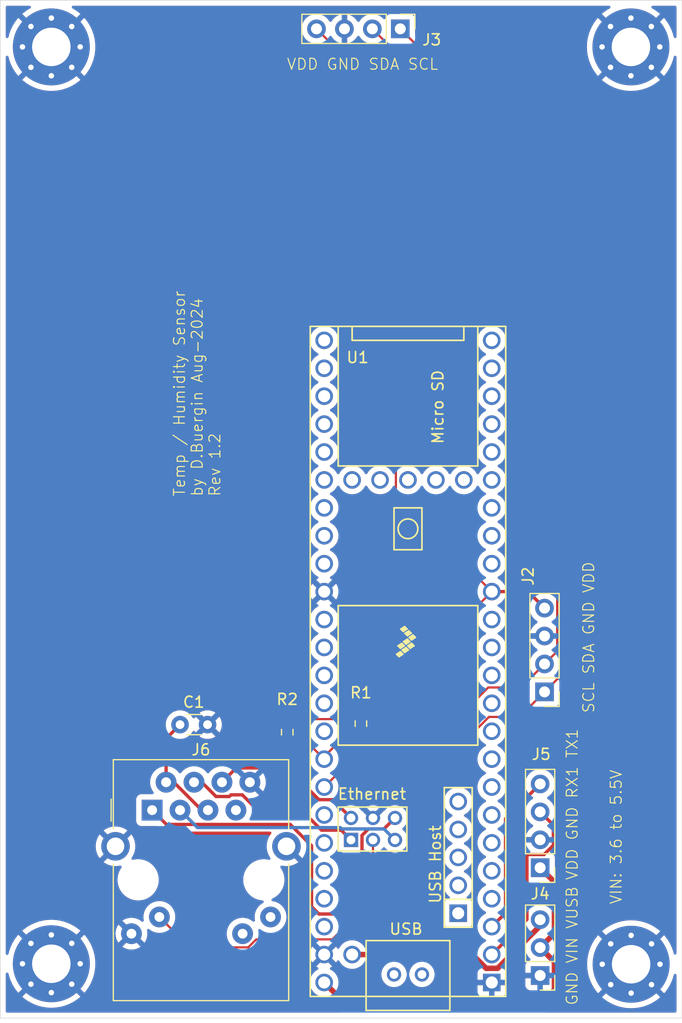
<source format=kicad_pcb>
(kicad_pcb (version 20240108) (generator "pcbnew") (generator_version "8.0")
  (title_block (title "TempHumy Sensor Board with LCD") (date "2024-08-22") (rev "1.2") (company "pirate-it.ch"))
  (layers (0 "F.Cu" signal) (31 "B.Cu" signal) (34 "B.Paste" user) (35 "F.Paste" user) (36 "B.SilkS" user "B.Silkscreen") (37 "F.SilkS" user "F.Silkscreen") (38 "B.Mask" user) (39 "F.Mask" user) (44 "Edge.Cuts" user))
  (net 0 "")
  (net 1 "GND")
  (net 2 "Net-(U1-LED)")
  (net 3 "Net-(J2-Pin_2)")
  (net 4 "Net-(J2-Pin_1)")
  (net 5 "Net-(J2-Pin_4)")
  (net 6 "Net-(J4-Pin_3)")
  (net 7 "Net-(J4-Pin_2)")
  (net 8 "Net-(J5-Pin_3)")
  (net 22 "Net-(J5-Pin_4)")
  (net 61 "Net-(J6-RCT)")
  (net 63 "Net-(J6-TD-)")
  (net 64 "Net-(J6-TD+)")
  (net 66 "Net-(J6-RD+)")
  (net 67 "Net-(J6-RD-)")
  (footprint "MountingHole:MountingHole_3.5mm_Pad_Via" (layer "F.Cu") (at 116.843845 47.304645)
    (property "Reference" "H1" (hide yes))
    (property "Value" "MH1")
    (pad "1" thru_hole circle (at -2.625 0) (size 0.8 0.8) (drill 0.5) (layers "*.Cu" "*.Mask") (net 1 "GND"))
    (pad "1" thru_hole circle (at -1.856155 -1.856155) (size 0.8 0.8) (drill 0.5) (layers "*.Cu" "*.Mask") (net 1 "GND"))
    (pad "1" thru_hole circle (at -1.856155 1.856155) (size 0.8 0.8) (drill 0.5) (layers "*.Cu" "*.Mask") (net 1 "GND"))
    (pad "1" thru_hole circle (at 0 -2.625) (size 0.8 0.8) (drill 0.5) (layers "*.Cu" "*.Mask") (net 1 "GND"))
    (pad "1" thru_hole circle (at 0 0) (size 7 7) (drill 3.5) (layers "*.Cu" "*.Mask") (net 1 "GND"))
    (pad "1" thru_hole circle (at 0 2.625) (size 0.8 0.8) (drill 0.5) (layers "*.Cu" "*.Mask") (net 1 "GND"))
    (pad "1" thru_hole circle (at 1.856155 -1.856155) (size 0.8 0.8) (drill 0.5) (layers "*.Cu" "*.Mask") (net 1 "GND"))
    (pad "1" thru_hole circle (at 1.856155 1.856155) (size 0.8 0.8) (drill 0.5) (layers "*.Cu" "*.Mask") (net 1 "GND"))
    (pad "1" thru_hole circle (at 2.625 0) (size 0.8 0.8) (drill 0.5) (layers "*.Cu" "*.Mask") (net 1 "GND"))
  )
  (footprint "Capacitor_THT:C_Disc_D3.0mm_W1.6mm_P2.50mm" (layer "F.Cu") (at 128.55 108.9608)
    (property "Reference" "C1" (at 1.25 -2.05 0) (layer "F.SilkS"))
    (property "Value" "C")
    (fp_line (start 0.621 -0.92) (end 1.879 -0.92) (stroke (width 0.12)) (layer "F.SilkS"))
    (fp_line (start 0.621 0.92) (end 1.879 0.92) (stroke (width 0.12)) (layer "F.SilkS"))
    (pad "1" thru_hole circle (at 0 0) (size 1.6 1.6) (drill 0.8) (layers "*.Cu" "*.Mask") (net 61 "Net-(J6-RCT)"))
    (pad "2" thru_hole circle (at 2.5 0) (size 1.6 1.6) (drill 0.8) (layers "*.Cu" "*.Mask") (net 1 "GND"))
  )
  (footprint "Connector_PinHeader_2.54mm:PinHeader_1x04_P2.54mm_Vertical" (layer "F.Cu") (at 161.3 121.9808 180)
    (property "Reference" "J5" (at -0.1 10.32 0) (layer "F.SilkS"))
    (property "Value" "Console")
    (fp_line (start 1.33 1.27) (end 1.33 8.95) (stroke (width 0.12)) (layer "F.SilkS"))
    (fp_line (start -1.33 8.95) (end 1.33 8.95) (stroke (width 0.12)) (layer "F.SilkS"))
    (fp_line (start -1.33 1.27) (end 1.33 1.27) (stroke (width 0.12)) (layer "F.SilkS"))
    (fp_line (start -1.33 1.27) (end -1.33 8.95) (stroke (width 0.12)) (layer "F.SilkS"))
    (fp_line (start -1.33 0) (end -1.33 -1.33) (stroke (width 0.12)) (layer "F.SilkS"))
    (fp_line (start -1.33 -1.33) (end 0 -1.33) (stroke (width 0.12)) (layer "F.SilkS"))
    (pad "1" thru_hole rect (at 0 0 180) (size 1.7 1.7) (drill 1) (layers "*.Cu" "*.Mask") (net 7 "Net-(J4-Pin_2)"))
    (pad "2" thru_hole oval (at 0 2.54 180) (size 1.7 1.7) (drill 1) (layers "*.Cu" "*.Mask") (net 1 "GND"))
    (pad "3" thru_hole oval (at 0 5.08 180) (size 1.7 1.7) (drill 1) (layers "*.Cu" "*.Mask") (net 8 "Net-(J5-Pin_3)"))
    (pad "4" thru_hole oval (at 0 7.62 180) (size 1.7 1.7) (drill 1) (layers "*.Cu" "*.Mask") (net 22 "Net-(J5-Pin_4)"))
  )
  (footprint "MountingHole:MountingHole_3.5mm_Pad_Via" (layer "F.Cu") (at 169.575 130.7608)
    (property "Reference" "H4" (hide yes))
    (property "Value" "MH1")
    (pad "1" thru_hole circle (at -2.625 0) (size 0.8 0.8) (drill 0.5) (layers "*.Cu" "*.Mask") (net 1 "GND"))
    (pad "1" thru_hole circle (at -1.856155 -1.856155) (size 0.8 0.8) (drill 0.5) (layers "*.Cu" "*.Mask") (net 1 "GND"))
    (pad "1" thru_hole circle (at -1.856155 1.856155) (size 0.8 0.8) (drill 0.5) (layers "*.Cu" "*.Mask") (net 1 "GND"))
    (pad "1" thru_hole circle (at 0 -2.625) (size 0.8 0.8) (drill 0.5) (layers "*.Cu" "*.Mask") (net 1 "GND"))
    (pad "1" thru_hole circle (at 0 0) (size 7 7) (drill 3.5) (layers "*.Cu" "*.Mask") (net 1 "GND"))
    (pad "1" thru_hole circle (at 0 2.625) (size 0.8 0.8) (drill 0.5) (layers "*.Cu" "*.Mask") (net 1 "GND"))
    (pad "1" thru_hole circle (at 1.856155 -1.856155) (size 0.8 0.8) (drill 0.5) (layers "*.Cu" "*.Mask") (net 1 "GND"))
    (pad "1" thru_hole circle (at 1.856155 1.856155) (size 0.8 0.8) (drill 0.5) (layers "*.Cu" "*.Mask") (net 1 "GND"))
    (pad "1" thru_hole circle (at 2.625 0) (size 0.8 0.8) (drill 0.5) (layers "*.Cu" "*.Mask") (net 1 "GND"))
  )
  (footprint "Resistor_SMD:R_0603_1608Metric_Pad0.98x0.95mm_HandSolder" (layer "F.Cu") (at 145 108.8733 -90)
    (property "Reference" "R1" (at -2.8125 0 0) (layer "F.SilkS"))
    (property "Value" "R")
    (fp_line (start -0.254724 0.5225) (end 0.254724 0.5225) (stroke (width 0.12)) (layer "F.SilkS"))
    (fp_line (start -0.254724 -0.5225) (end 0.254724 -0.5225) (stroke (width 0.12)) (layer "F.SilkS"))
    (pad "1" smd roundrect (at -0.9125 0 270) (size 0.975 0.95) (layers "F.Cu" "F.Paste" "F.Mask") (net 5 "Net-(J2-Pin_4)"))
    (pad "2" smd roundrect (at 0.9125 0 270) (size 0.975 0.95) (layers "F.Cu" "F.Paste" "F.Mask") (net 4 "Net-(J2-Pin_1)"))
  )
  (footprint "teensy:Teensy41" (layer "F.Cu") (at 149.28 103.21 90)
    (property "Reference" "U1" (at 27.6492 -4.58 180) (layer "F.SilkS"))
    (property "Value" "Teensy4.1")
    (fp_line (start 30.48 -8.89) (end 30.48 8.89) (stroke (width 0.15)) (layer "F.SilkS"))
    (fp_line (start -30.48 -8.89) (end 30.48 -8.89) (stroke (width 0.15)) (layer "F.SilkS"))
    (fp_line (start -13.25 -6.3516) (end -17.25 -6.3516) (stroke (width 0.15)) (layer "F.SilkS"))
    (fp_line (start -17.25 -6.3516) (end -17.25 -6.1016) (stroke (width 0.15)) (layer "F.SilkS"))
    (fp_line (start 30.48 -6.35) (end 17.78 -6.35) (stroke (width 0.15)) (layer "F.SilkS"))
    (fp_line (start 17.78 -6.35) (end 17.78 6.35) (stroke (width 0.15)) (layer "F.SilkS"))
    (fp_line (start 5.08 -6.35) (end -7.62 -6.35) (stroke (width 0.15)) (layer "F.SilkS"))
    (fp_line (start -7.62 -6.35) (end -7.62 6.35) (stroke (width 0.15)) (layer "F.SilkS"))
    (fp_line (start -17.25 -6.1016) (end -17.25 -0.1016) (stroke (width 0.15)) (layer "F.SilkS"))
    (fp_line (start 30.48 -5.08) (end 29.21 -5.08) (stroke (width 0.15)) (layer "F.SilkS"))
    (fp_line (start 29.21 -5.08) (end 29.21 5.08) (stroke (width 0.15)) (layer "F.SilkS"))
    (fp_line (start -25.4 -3.81) (end -30.48 -3.81) (stroke (width 0.15)) (layer "F.SilkS"))
    (fp_line (start -31.75 -3.81) (end -30.48 -3.81) (stroke (width 0.15)) (layer "F.SilkS"))
    (fp_line (start 13.97 -1.27) (end 13.97 1.27) (stroke (width 0.15)) (layer "F.SilkS"))
    (fp_line (start 10.16 -1.27) (end 13.97 -1.27) (stroke (width 0.15)) (layer "F.SilkS"))
    (fp_line (start -13.25 -0.1016) (end -13.25 -6.3516) (stroke (width 0.15)) (layer "F.SilkS"))
    (fp_line (start -17.25 -0.1016) (end -13.25 -0.1016) (stroke (width 0.15)) (layer "F.SilkS"))
    (fp_line (start 13.97 1.27) (end 10.16 1.27) (stroke (width 0.15)) (layer "F.SilkS"))
    (fp_line (start 10.16 1.27) (end 10.16 -1.27) (stroke (width 0.15)) (layer "F.SilkS"))
    (fp_line (start -11.4808 3.2992) (end -11.4808 5.8392) (stroke (width 0.15)) (layer "F.SilkS"))
    (fp_line (start -21.6408 3.2992) (end -21.6408 5.8392) (stroke (width 0.15)) (layer "F.SilkS"))
    (fp_line (start -24.1808 3.2992) (end -11.4808 3.2992) (stroke (width 0.15)) (layer "F.SilkS"))
    (fp_line (start -24.1808 3.2992) (end -21.6408 3.2992) (stroke (width 0.15)) (layer "F.SilkS"))
    (fp_line (start -25.4 3.81) (end -25.4 -3.81) (stroke (width 0.15)) (layer "F.SilkS"))
    (fp_line (start -25.4 3.81) (end -30.48 3.81) (stroke (width 0.15)) (layer "F.SilkS"))
    (fp_line (start -30.48 3.81) (end -31.75 3.81) (stroke (width 0.15)) (layer "F.SilkS"))
    (fp_line (start -31.75 3.81) (end -31.75 -3.81) (stroke (width 0.15)) (layer "F.SilkS"))
    (fp_line (start 29.21 5.08) (end 30.48 5.08) (stroke (width 0.15)) (layer "F.SilkS"))
    (fp_line (start -11.4808 5.8392) (end -24.1808 5.8392) (stroke (width 0.15)) (layer "F.SilkS"))
    (fp_line (start -24.1808 5.8392) (end -24.1808 3.2992) (stroke (width 0.15)) (layer "F.SilkS"))
    (fp_line (start 17.78 6.35) (end 30.48 6.35) (stroke (width 0.15)) (layer "F.SilkS"))
    (fp_line (start 5.08 6.35) (end 5.08 -6.35) (stroke (width 0.15)) (layer "F.SilkS"))
    (fp_line (start -7.62 6.35) (end 5.08 6.35) (stroke (width 0.15)) (layer "F.SilkS"))
    (fp_line (start 30.48 8.89) (end -30.48 8.89) (stroke (width 0.15)) (layer "F.SilkS"))
    (fp_line (start -30.48 8.89) (end -30.48 -8.89) (stroke (width 0.15)) (layer "F.SilkS"))
    (fp_circle (center 12.065 0) (end 12.7 -0.635) (stroke (width 0.15)) (fill none) (layer "F.SilkS"))
    (fp_poly (pts (xy 0.911 -0.688) (xy 0.657 -0.434) (xy 0.403 -0.815) (xy 0.657 -1.069)) (stroke (width 0.1)) (fill solid) (layer "F.SilkS"))
    (fp_poly (pts (xy 1.673 -0.561) (xy 1.419 -0.307) (xy 1.165 -0.688) (xy 1.419 -0.942)) (stroke (width 0.1)) (fill solid) (layer "F.SilkS"))
    (fp_poly (pts (xy 3.197 -0.307) (xy 2.943 -0.053) (xy 2.689 -0.434) (xy 2.943 -0.688)) (stroke (width 0.1)) (fill solid) (layer "F.SilkS"))
    (fp_poly (pts (xy 1.292 -0.18) (xy 1.038 0.074) (xy 0.784 -0.307) (xy 1.038 -0.561)) (stroke (width 0.1)) (fill solid) (layer "F.SilkS"))
    (fp_poly (pts (xy 2.054 -0.053) (xy 1.8 0.201) (xy 1.546 -0.18) (xy 1.8 -0.434)) (stroke (width 0.1)) (fill solid) (layer "F.SilkS"))
    (fp_poly (pts (xy 2.816 0.074) (xy 2.562 0.328) (xy 2.308 -0.053) (xy 2.562 -0.307)) (stroke (width 0.1)) (fill solid) (layer "F.SilkS"))
    (fp_poly (pts (xy 1.673 0.328) (xy 1.419 0.582) (xy 1.165 0.201) (xy 1.419 -0.053)) (stroke (width 0.1)) (fill solid) (layer "F.SilkS"))
    (fp_poly (pts (xy 2.435 0.455) (xy 2.181 0.709) (xy 1.927 0.328) (xy 2.181 0.074)) (stroke (width 0.1)) (fill solid) (layer "F.SilkS"))
    (fp_text user "Micro SD" (at 23.1492 2.72 90) (layer "F.SilkS"))
    (fp_text user "Ethernet" (at -12.065 -3.2766 0) (layer "F.SilkS"))
    (fp_text user "USB" (at -24.3508 -0.18 0) (layer "F.SilkS"))
    (fp_text user "USB Host" (at -18.4658 2.4892 90) (layer "F.SilkS"))
    (pad "1" thru_hole rect (at -29.21 7.62 90) (size 1.6 1.6) (drill 1.1) (layers "*.Cu" "*.Mask") (net 1 "GND"))
    (pad "2" thru_hole circle (at -26.67 7.62 90) (size 1.6 1.6) (drill 1.1) (layers "*.Cu" "*.Mask") (net 8 "Net-(J5-Pin_3)"))
    (pad "3" thru_hole circle (at -24.13 7.62 90) (size 1.6 1.6) (drill 1.1) (layers "*.Cu" "*.Mask") (net 22 "Net-(J5-Pin_4)"))
    (pad "4" thru_hole circle (at -21.59 7.62 90) (size 1.6 1.6) (drill 1.1) (layers "*.Cu" "*.Mask"))
    (pad "5" thru_hole circle (at -19.05 7.62 90) (size 1.6 1.6) (drill 1.1) (layers "*.Cu" "*.Mask"))
    (pad "6" thru_hole circle (at -16.51 7.62 90) (size 1.6 1.6) (drill 1.1) (layers "*.Cu" "*.Mask"))
    (pad "7" thru_hole circle (at -13.97 7.62 90) (size 1.6 1.6) (drill 1.1) (layers "*.Cu" "*.Mask"))
    (pad "8" thru_hole circle (at -11.43 7.62 90) (size 1.6 1.6) (drill 1.1) (layers "*.Cu" "*.Mask"))
    (pad "9" thru_hole circle (at -8.89 7.62 90) (size 1.6 1.6) (drill 1.1) (layers "*.Cu" "*.Mask"))
    (pad "10" thru_hole circle (at -6.35 7.62 90) (size 1.6 1.6) (drill 1.1) (layers "*.Cu" "*.Mask"))
    (pad "11" thru_hole circle (at -3.81 7.62 90) (size 1.6 1.6) (drill 1.1) (layers "*.Cu" "*.Mask"))
    (pad "12" thru_hole circle (at -1.27 7.62 90) (size 1.6 1.6) (drill 1.1) (layers "*.Cu" "*.Mask"))
    (pad "13" thru_hole circle (at 1.27 7.62 90) (size 1.6 1.6) (drill 1.1) (layers "*.Cu" "*.Mask"))
    (pad "14" thru_hole circle (at 3.81 7.62 90) (size 1.6 1.6) (drill 1.1) (layers "*.Cu" "*.Mask"))
    (pad "15" thru_hole circle (at 6.35 7.62 90) (size 1.6 1.6) (drill 1.1) (layers "*.Cu" "*.Mask") (net 5 "Net-(J2-Pin_4)"))
    (pad "16" thru_hole circle (at 8.89 7.62 90) (size 1.6 1.6) (drill 1.1) (layers "*.Cu" "*.Mask"))
    (pad "17" thru_hole circle (at 11.43 7.62 90) (size 1.6 1.6) (drill 1.1) (layers "*.Cu" "*.Mask"))
    (pad "18" thru_hole circle (at 13.97 7.62 90) (size 1.6 1.6) (drill 1.1) (layers "*.Cu" "*.Mask"))
    (pad "19" thru_hole circle (at 16.51 7.62 90) (size 1.6 1.6) (drill 1.1) (layers "*.Cu" "*.Mask"))
    (pad "20" thru_hole circle (at 19.05 7.62 90) (size 1.6 1.6) (drill 1.1) (layers "*.Cu" "*.Mask"))
    (pad "21" thru_hole circle (at 21.59 7.62 90) (size 1.6 1.6) (drill 1.1) (layers "*.Cu" "*.Mask"))
    (pad "22" thru_hole circle (at 24.13 7.62 90) (size 1.6 1.6) (drill 1.1) (layers "*.Cu" "*.Mask"))
    (pad "23" thru_hole circle (at 26.67 7.62 90) (size 1.6 1.6) (drill 1.1) (layers "*.Cu" "*.Mask"))
    (pad "24" thru_hole circle (at 29.21 7.62 90) (size 1.6 1.6) (drill 1.1) (layers "*.Cu" "*.Mask"))
    (pad "25" thru_hole circle (at 29.21 -7.62 90) (size 1.6 1.6) (drill 1.1) (layers "*.Cu" "*.Mask"))
    (pad "26" thru_hole circle (at 26.67 -7.62 90) (size 1.6 1.6) (drill 1.1) (layers "*.Cu" "*.Mask"))
    (pad "27" thru_hole circle (at 24.13 -7.62 90) (size 1.6 1.6) (drill 1.1) (layers "*.Cu" "*.Mask"))
    (pad "28" thru_hole circle (at 21.59 -7.62 90) (size 1.6 1.6) (drill 1.1) (layers "*.Cu" "*.Mask"))
    (pad "29" thru_hole circle (at 19.05 -7.62 90) (size 1.6 1.6) (drill 1.1) (layers "*.Cu" "*.Mask"))
    (pad "30" thru_hole circle (at 16.51 -7.62 90) (size 1.6 1.6) (drill 1.1) (layers "*.Cu" "*.Mask"))
    (pad "31" thru_hole circle (at 13.97 -7.62 90) (size 1.6 1.6) (drill 1.1) (layers "*.Cu" "*.Mask"))
    (pad "32" thru_hole circle (at 11.43 -7.62 90) (size 1.6 1.6) (drill 1.1) (layers "*.Cu" "*.Mask"))
    (pad "33" thru_hole circle (at 8.89 -7.62 90) (size 1.6 1.6) (drill 1.1) (layers "*.Cu" "*.Mask"))
    (pad "34" thru_hole circle (at 6.35 -7.62 90) (size 1.6 1.6) (drill 1.1) (layers "*.Cu" "*.Mask") (net 1 "GND"))
    (pad "35" thru_hole circle (at 3.81 -7.62 90) (size 1.6 1.6) (drill 1.1) (layers "*.Cu" "*.Mask"))
    (pad "36" thru_hole circle (at 1.27 -7.62 90) (size 1.6 1.6) (drill 1.1) (layers "*.Cu" "*.Mask"))
    (pad "37" thru_hole circle (at -1.27 -7.62 90) (size 1.6 1.6) (drill 1.1) (layers "*.Cu" "*.Mask"))
    (pad "38" thru_hole circle (at -3.81 -7.62 90) (size 1.6 1.6) (drill 1.1) (layers "*.Cu" "*.Mask"))
    (pad "39" thru_hole circle (at -6.35 -7.62 90) (size 1.6 1.6) (drill 1.1) (layers "*.Cu" "*.Mask"))
    (pad "40" thru_hole circle (at -8.89 -7.62 90) (size 1.6 1.6) (drill 1.1) (layers "*.Cu" "*.Mask") (net 3 "Net-(J2-Pin_2)"))
    (pad "41" thru_hole circle (at -11.43 -7.62 90) (size 1.6 1.6) (drill 1.1) (layers "*.Cu" "*.Mask") (net 4 "Net-(J2-Pin_1)"))
    (pad "42" thru_hole circle (at -13.97 -7.62 90) (size 1.6 1.6) (drill 1.1) (layers "*.Cu" "*.Mask"))
    (pad "43" thru_hole circle (at -16.51 -7.62 90) (size 1.6 1.6) (drill 1.1) (layers "*.Cu" "*.Mask"))
    (pad "44" thru_hole circle (at -19.05 -7.62 90) (size 1.6 1.6) (drill 1.1) (layers "*.Cu" "*.Mask"))
    (pad "45" thru_hole circle (at -21.59 -7.62 90) (size 1.6 1.6) (drill 1.1) (layers "*.Cu" "*.Mask"))
    (pad "46" thru_hole circle (at -24.13 -7.62 90) (size 1.6 1.6) (drill 1.1) (layers "*.Cu" "*.Mask"))
    (pad "47" thru_hole circle (at -26.67 -7.62 90) (size 1.6 1.6) (drill 1.1) (layers "*.Cu" "*.Mask") (net 1 "GND"))
    (pad "48" thru_hole circle (at -29.21 -7.62 90) (size 1.6 1.6) (drill 1.1) (layers "*.Cu" "*.Mask") (net 7 "Net-(J4-Pin_2)"))
    (pad "49" thru_hole circle (at -26.67 -5.08 90) (size 1.6 1.6) (drill 1.1) (layers "*.Cu" "*.Mask") (net 6 "Net-(J4-Pin_3)"))
    (pad "50" thru_hole circle (at 16.51 5.08 90) (size 1.6 1.6) (drill 1.1) (layers "*.Cu" "*.Mask"))
    (pad "51" thru_hole circle (at 16.51 2.54 90) (size 1.6 1.6) (drill 1.1) (layers "*.Cu" "*.Mask"))
    (pad "52" thru_hole circle (at 16.51 0 90) (size 1.6 1.6) (drill 1.1) (layers "*.Cu" "*.Mask"))
    (pad "53" thru_hole circle (at 16.51 -2.54 90) (size 1.6 1.6) (drill 1.1) (layers "*.Cu" "*.Mask"))
    (pad "54" thru_hole circle (at 16.51 -5.08 90) (size 1.6 1.6) (drill 1.1) (layers "*.Cu" "*.Mask"))
    (pad "55" thru_hole rect (at -22.9108 4.5692 90) (size 1.6 1.6) (drill 1.1) (layers "*.Cu" "*.Mask"))
    (pad "56" thru_hole circle (at -20.3708 4.5692 90) (size 1.6 1.6) (drill 1.1) (layers "*.Cu" "*.Mask"))
    (pad "57" thru_hole circle (at -17.8308 4.5692 90) (size 1.6 1.6) (drill 1.1) (layers "*.Cu" "*.Mask"))
    (pad "58" thru_hole circle (at -15.2908 4.5692 90) (size 1.6 1.6) (drill 1.1) (layers "*.Cu" "*.Mask"))
    (pad "59" thru_hole circle (at -12.7508 4.5692 90) (size 1.6 1.6) (drill 1.1) (layers "*.Cu" "*.Mask"))
    (pad "60" thru_hole rect (at -16.24 -5.1816 90) (size 1.3 1.3) (drill 0.8) (layers "*.Cu" "*.Mask") (net 66 "Net-(J6-RD+)"))
    (pad "61" thru_hole circle (at -16.24 -3.1816 90) (size 1.3 1.3) (drill 0.8) (layers "*.Cu" "*.Mask") (net 2 "Net-(U1-LED)"))
    (pad "62" thru_hole circle (at -16.24 -1.1816 90) (size 1.3 1.3) (drill 0.8) (layers "*.Cu" "*.Mask") (net 63 "Net-(J6-TD-)"))
    (pad "63" thru_hole circle (at -14.24 -1.1816 90) (size 1.3 1.3) (drill 0.8) (layers "*.Cu" "*.Mask") (net 64 "Net-(J6-TD+)"))
    (pad "64" thru_hole circle (at -14.24 -3.1816 90) (size 1.3 1.3) (drill 0.8) (layers "*.Cu" "*.Mask") (net 1 "GND"))
    (pad "65" thru_hole circle (at -14.24 -5.1816 90) (size 1.3 1.3) (drill 0.8) (layers "*.Cu" "*.Mask") (net 67 "Net-(J6-RD-)"))
    (pad "66" thru_hole circle (at -28.48 -1.27 90) (size 1.3 1.3) (drill 0.8) (layers "*.Cu" "*.Mask"))
    (pad "67" thru_hole circle (at -28.48 1.27 90) (size 1.3 1.3) (drill 0.8) (layers "*.Cu" "*.Mask"))
  )
  (footprint "Connector_PinHeader_2.54mm:PinHeader_1x04_P2.54mm_Vertical" (layer "F.Cu") (at 148.58 45.6608 -90)
    (property "Reference" "J3" (at 1 -2.86 0) (layer "F.SilkS"))
    (property "Value" "LCD")
    (fp_line (start -1.33 8.95) (end 1.33 8.95) (stroke (width 0.12)) (layer "F.SilkS"))
    (fp_line (start -1.33 1.27) (end -1.33 8.95) (stroke (width 0.12)) (layer "F.SilkS"))
    (fp_line (start -1.33 1.27) (end 1.33 1.27) (stroke (width 0.12)) (layer "F.SilkS"))
    (fp_line (start 1.33 1.27) (end 1.33 8.95) (stroke (width 0.12)) (layer "F.SilkS"))
    (fp_line (start -1.33 0) (end -1.33 -1.33) (stroke (width 0.12)) (layer "F.SilkS"))
    (fp_line (start -1.33 -1.33) (end 0 -1.33) (stroke (width 0.12)) (layer "F.SilkS"))
    (pad "1" thru_hole rect (at 0 0 270) (size 1.7 1.7) (drill 1) (layers "*.Cu" "*.Mask") (net 4 "Net-(J2-Pin_1)"))
    (pad "2" thru_hole oval (at 0 2.54 270) (size 1.7 1.7) (drill 1) (layers "*.Cu" "*.Mask") (net 3 "Net-(J2-Pin_2)"))
    (pad "3" thru_hole oval (at 0 5.08 270) (size 1.7 1.7) (drill 1) (layers "*.Cu" "*.Mask") (net 1 "GND"))
    (pad "4" thru_hole oval (at 0 7.62 270) (size 1.7 1.7) (drill 1) (layers "*.Cu" "*.Mask") (net 5 "Net-(J2-Pin_4)"))
  )
  (footprint "MountingHole:MountingHole_3.5mm_Pad_Via" (layer "F.Cu") (at 169.556155 47.304645)
    (property "Reference" "H3" (hide yes))
    (property "Value" "MH1")
    (pad "1" thru_hole circle (at -2.625 0) (size 0.8 0.8) (drill 0.5) (layers "*.Cu" "*.Mask") (net 1 "GND"))
    (pad "1" thru_hole circle (at -1.856155 -1.856155) (size 0.8 0.8) (drill 0.5) (layers "*.Cu" "*.Mask") (net 1 "GND"))
    (pad "1" thru_hole circle (at -1.856155 1.856155) (size 0.8 0.8) (drill 0.5) (layers "*.Cu" "*.Mask") (net 1 "GND"))
    (pad "1" thru_hole circle (at 0 -2.625) (size 0.8 0.8) (drill 0.5) (layers "*.Cu" "*.Mask") (net 1 "GND"))
    (pad "1" thru_hole circle (at 0 0) (size 7 7) (drill 3.5) (layers "*.Cu" "*.Mask") (net 1 "GND"))
    (pad "1" thru_hole circle (at 0 2.625) (size 0.8 0.8) (drill 0.5) (layers "*.Cu" "*.Mask") (net 1 "GND"))
    (pad "1" thru_hole circle (at 1.856155 -1.856155) (size 0.8 0.8) (drill 0.5) (layers "*.Cu" "*.Mask") (net 1 "GND"))
    (pad "1" thru_hole circle (at 1.856155 1.856155) (size 0.8 0.8) (drill 0.5) (layers "*.Cu" "*.Mask") (net 1 "GND"))
    (pad "1" thru_hole circle (at 2.625 0) (size 0.8 0.8) (drill 0.5) (layers "*.Cu" "*.Mask") (net 1 "GND"))
  )
  (footprint "Resistor_SMD:R_0603_1608Metric_Pad0.98x0.95mm_HandSolder" (layer "F.Cu") (at 138.3 109.6483 -90)
    (property "Reference" "R2" (at -2.9875 0 180) (layer "F.SilkS"))
    (property "Value" "R")
    (fp_line (start -0.254724 0.5225) (end 0.254724 0.5225) (stroke (width 0.12)) (layer "F.SilkS"))
    (fp_line (start -0.254724 -0.5225) (end 0.254724 -0.5225) (stroke (width 0.12)) (layer "F.SilkS"))
    (pad "1" smd roundrect (at -0.9125 0 270) (size 0.975 0.95) (layers "F.Cu" "F.Paste" "F.Mask") (net 5 "Net-(J2-Pin_4)"))
    (pad "2" smd roundrect (at 0.9125 0 270) (size 0.975 0.95) (layers "F.Cu" "F.Paste" "F.Mask") (net 3 "Net-(J2-Pin_2)"))
  )
  (footprint "Connector_RJ:RJ45_Amphenol_RJMG1BD3B8K1ANR" (layer "F.Cu") (at 126.01 116.7408)
    (property "Reference" "J6" (at 4.445 -5.49 0) (layer "F.SilkS"))
    (property "Value" "RJ45_Teensy41_Ethernet")
    (fp_line (start -3.73 -1) (end -3.73 1) (stroke (width 0.12)) (layer "F.SilkS"))
    (fp_line (start -3.53 -4.59) (end 12.42 -4.59) (stroke (width 0.12)) (layer "F.SilkS"))
    (fp_line (start -3.53 1.69) (end -3.53 -4.59) (stroke (width 0.12)) (layer "F.SilkS"))
    (fp_line (start -3.53 17.33) (end -3.53 4.89) (stroke (width 0.12)) (layer "F.SilkS"))
    (fp_line (start 12.42 -4.59) (end 12.42 1.69) (stroke (width 0.12)) (layer "F.SilkS"))
    (fp_line (start 12.42 4.89) (end 12.42 17.33) (stroke (width 0.12)) (layer "F.SilkS"))
    (fp_line (start 12.42 17.33) (end -3.53 17.33) (stroke (width 0.12)) (layer "F.SilkS"))
    (pad "" np_thru_hole circle (at -1.27 6.34) (size 3.25 3.25) (drill 3.25) (layers "*.Cu" "*.Mask"))
    (pad "" np_thru_hole circle (at 10.16 6.34) (size 3.25 3.25) (drill 3.25) (layers "*.Cu" "*.Mask"))
    (pad "L1" thru_hole circle (at 10.77 9.72) (size 1.89 1.89) (drill 0.89) (layers "*.Cu" "*.Mask"))
    (pad "L2" thru_hole circle (at 8.23 11.24) (size 1.89 1.89) (drill 0.89) (layers "*.Cu" "*.Mask"))
    (pad "L3" thru_hole circle (at 0.66 9.72) (size 1.89 1.89) (drill 0.89) (layers "*.Cu" "*.Mask") (net 2 "Net-(U1-LED)"))
    (pad "L4" thru_hole circle (at -1.88 11.24) (size 1.89 1.89) (drill 0.89) (layers "*.Cu" "*.Mask") (net 1 "GND"))
    (pad "R1" thru_hole rect (at 0 0) (size 1.9 1.9) (drill 0.9) (layers "*.Cu" "*.Mask") (net 64 "Net-(J6-TD+)"))
    (pad "R2" thru_hole circle (at 1.27 -2.54) (size 1.9 1.9) (drill 0.9) (layers "*.Cu" "*.Mask") (net 61 "Net-(J6-RCT)"))
    (pad "R3" thru_hole circle (at 2.54 0) (size 1.9 1.9) (drill 0.9) (layers "*.Cu" "*.Mask") (net 63 "Net-(J6-TD-)"))
    (pad "R4" thru_hole circle (at 3.81 -2.54) (size 1.9 1.9) (drill 0.9) (layers "*.Cu" "*.Mask") (net 66 "Net-(J6-RD+)"))
    (pad "R5" thru_hole circle (at 5.08 0) (size 1.9 1.9) (drill 0.9) (layers "*.Cu" "*.Mask") (net 61 "Net-(J6-RCT)"))
    (pad "R6" thru_hole circle (at 6.35 -2.54) (size 1.9 1.9) (drill 0.9) (layers "*.Cu" "*.Mask") (net 67 "Net-(J6-RD-)"))
    (pad "R7" thru_hole circle (at 7.62 0) (size 1.9 1.9) (drill 0.9) (layers "*.Cu" "*.Mask"))
    (pad "R8" thru_hole circle (at 8.89 -2.54) (size 1.9 1.9) (drill 0.9) (layers "*.Cu" "*.Mask") (net 1 "GND"))
    (pad "SH" thru_hole circle (at -3.33 3.29) (size 2.6 2.6) (drill 1.6) (layers "*.Cu" "*.Mask") (net 1 "GND"))
    (pad "SH" thru_hole circle (at 12.22 3.29) (size 2.6 2.6) (drill 1.6) (layers "*.Cu" "*.Mask") (net 1 "GND"))
  )
  (footprint "Connector_PinHeader_2.54mm:PinHeader_1x03_P2.54mm_Vertical" (layer "F.Cu") (at 161.3 131.7858 180)
    (property "Reference" "J4" (at 0 7.425 180) (layer "F.SilkS"))
    (property "Value" "Power")
    (fp_line (start 1.33 1.27) (end 1.33 6.41) (stroke (width 0.12)) (layer "F.SilkS"))
    (fp_line (start -1.33 6.41) (end 1.33 6.41) (stroke (width 0.12)) (layer "F.SilkS"))
    (fp_line (start -1.33 1.27) (end 1.33 1.27) (stroke (width 0.12)) (layer "F.SilkS"))
    (fp_line (start -1.33 1.27) (end -1.33 6.41) (stroke (width 0.12)) (layer "F.SilkS"))
    (fp_line (start -1.33 0) (end -1.33 -1.33) (stroke (width 0.12)) (layer "F.SilkS"))
    (fp_line (start -1.33 -1.33) (end 0 -1.33) (stroke (width 0.12)) (layer "F.SilkS"))
    (pad "1" thru_hole rect (at 0 0 180) (size 1.7 1.7) (drill 1) (layers "*.Cu" "*.Mask") (net 1 "GND"))
    (pad "2" thru_hole oval (at 0 2.54 180) (size 1.7 1.7) (drill 1) (layers "*.Cu" "*.Mask") (net 7 "Net-(J4-Pin_2)"))
    (pad "3" thru_hole oval (at 0 5.08 180) (size 1.7 1.7) (drill 1) (layers "*.Cu" "*.Mask") (net 6 "Net-(J4-Pin_3)"))
  )
  (footprint "Connector_PinHeader_2.54mm:PinHeader_1x04_P2.54mm_Vertical" (layer "F.Cu") (at 161.7 105.9808 180)
    (property "Reference" "J2" (at 1.5 10.52 90) (layer "F.SilkS"))
    (property "Value" "Sensor")
    (fp_line (start 1.33 1.27) (end 1.33 8.95) (stroke (width 0.12)) (layer "F.SilkS"))
    (fp_line (start -1.33 8.95) (end 1.33 8.95) (stroke (width 0.12)) (layer "F.SilkS"))
    (fp_line (start -1.33 1.27) (end 1.33 1.27) (stroke (width 0.12)) (layer "F.SilkS"))
    (fp_line (start -1.33 1.27) (end -1.33 8.95) (stroke (width 0.12)) (layer "F.SilkS"))
    (fp_line (start -1.33 0) (end -1.33 -1.33) (stroke (width 0.12)) (layer "F.SilkS"))
    (fp_line (start -1.33 -1.33) (end 0 -1.33) (stroke (width 0.12)) (layer "F.SilkS"))
    (pad "1" thru_hole rect (at 0 0 180) (size 1.7 1.7) (drill 1) (layers "*.Cu" "*.Mask") (net 4 "Net-(J2-Pin_1)"))
    (pad "2" thru_hole oval (at 0 2.54 180) (size 1.7 1.7) (drill 1) (layers "*.Cu" "*.Mask") (net 3 "Net-(J2-Pin_2)"))
    (pad "3" thru_hole oval (at 0 5.08 180) (size 1.7 1.7) (drill 1) (layers "*.Cu" "*.Mask") (net 1 "GND"))
    (pad "4" thru_hole oval (at 0 7.62 180) (size 1.7 1.7) (drill 1) (layers "*.Cu" "*.Mask") (net 5 "Net-(J2-Pin_4)"))
  )
  (footprint "MountingHole:MountingHole_3.5mm_Pad_Via" (layer "F.Cu") (at 116.843845 130.716955)
    (property "Reference" "H2" (hide yes))
    (property "Value" "MH1")
    (pad "1" thru_hole circle (at -2.625 0) (size 0.8 0.8) (drill 0.5) (layers "*.Cu" "*.Mask") (net 1 "GND"))
    (pad "1" thru_hole circle (at -1.856155 -1.856155) (size 0.8 0.8) (drill 0.5) (layers "*.Cu" "*.Mask") (net 1 "GND"))
    (pad "1" thru_hole circle (at -1.856155 1.856155) (size 0.8 0.8) (drill 0.5) (layers "*.Cu" "*.Mask") (net 1 "GND"))
    (pad "1" thru_hole circle (at 0 -2.625) (size 0.8 0.8) (drill 0.5) (layers "*.Cu" "*.Mask") (net 1 "GND"))
    (pad "1" thru_hole circle (at 0 0) (size 7 7) (drill 3.5) (layers "*.Cu" "*.Mask") (net 1 "GND"))
    (pad "1" thru_hole circle (at 0 2.625) (size 0.8 0.8) (drill 0.5) (layers "*.Cu" "*.Mask") (net 1 "GND"))
    (pad "1" thru_hole circle (at 1.856155 -1.856155) (size 0.8 0.8) (drill 0.5) (layers "*.Cu" "*.Mask") (net 1 "GND"))
    (pad "1" thru_hole circle (at 1.856155 1.856155) (size 0.8 0.8) (drill 0.5) (layers "*.Cu" "*.Mask") (net 1 "GND"))
    (pad "1" thru_hole circle (at 2.625 0) (size 0.8 0.8) (drill 0.5) (layers "*.Cu" "*.Mask") (net 1 "GND"))
  )
  (gr_line (start 174.2 135.6608) (end 112.2 135.6608) (stroke (width 0.05)) (layer "Edge.Cuts"))
  (gr_line (start 174.2 43.0608) (end 112.2 43.0608) (stroke (width 0.05)) (layer "Edge.Cuts"))
  (gr_line (start 174.2 67.1608) (end 174.2 135.6608) (stroke (width 0.05)) (layer "Edge.Cuts"))
  (gr_line (start 174.2 43.0608) (end 174.2 67.1608) (stroke (width 0.05)) (layer "Edge.Cuts"))
  (gr_line (start 112.2 43.0608) (end 112.2 135.6608) (stroke (width 0.05)) (layer "Edge.Cuts"))
  (gr_text "SCL SDA GND VDD" (at 166.3 107.9608 90) (layer "F.SilkS") (effects (font (size 1 1) (thickness 0.1)) (justify left bottom)))
  (gr_text "VDD GND RX1 TX1" (at 164.8 123.1608 90) (layer "F.SilkS") (effects (font (size 1 1) (thickness 0.1)) (justify left bottom)))
  (gr_text "VDD GND SDA SCL" (at 138.2 49.4608 0) (layer "F.SilkS") (effects (font (size 1 1) (thickness 0.1)) (justify left bottom)))
  (gr_text "VIN: 3.6 to 5.5V" (at 168.8 125.3608 90) (layer "F.SilkS") (effects (font (size 1 1) (thickness 0.1)) (justify left bottom)))
  (gr_text "Temp / Humidity Sensor\nby D.Buergin Aug-2024\nRev 1.2" (at 132.3 88.2608 90) (layer "F.SilkS") (effects (font (size 1 1) (thickness 0.1)) (justify left bottom)))
  (gr_text "GND VIN VUSB\n " (at 166.4 134.5608 90) (layer "F.SilkS") (effects (font (size 1 1) (thickness 0.1)) (justify left bottom)))
  (segment (start 129.435 129.2258) (end 126.67 126.4608) (width 0.2) (layer "F.Cu") (net 2))
  (segment (start 146.0984 119.45) (end 146.0984 124.797235) (width 0.2) (layer "F.Cu") (net 2))
  (segment (start 142.395635 128.5) (end 135.481496 128.5) (width 0.2) (layer "F.Cu") (net 2))
  (segment (start 135.481496 128.5) (end 134.755696 129.2258) (width 0.2) (layer "F.Cu") (net 2))
  (segment (start 146.0984 124.797235) (end 142.395635 128.5) (width 0.2) (layer "F.Cu") (net 2))
  (segment (start 134.755696 129.2258) (end 129.435 129.2258) (width 0.2) (layer "F.Cu") (net 2))
  (segment (start 156.5808 105.58) (end 159.5608 105.58) (width 0.2) (layer "F.Cu") (net 3))
  (segment (start 159.5608 105.58) (end 161.7 103.4408) (width 0.2) (layer "F.Cu") (net 3))
  (segment (start 162.85 102.2908) (end 161.7 103.4408) (width 0.2) (layer "F.Cu") (net 3))
  (segment (start 140.1208 110.5608) (end 141.66 112.1) (width 0.2) (layer "F.Cu") (net 3))
  (segment (start 162.85 62.4708) (end 162.85 102.2908) (width 0.2) (layer "F.Cu") (net 3))
  (segment (start 146.04 45.6608) (end 162.85 62.4708) (width 0.2) (layer "F.Cu") (net 3))
  (segment (start 141.66 112.1) (end 141.66 111.871578) (width 0.2) (layer "F.Cu") (net 3))
  (segment (start 141.66 111.871578) (end 144.770778 108.7608) (width 0.2) (layer "F.Cu") (net 3))
  (segment (start 144.770778 108.7608) (end 153.4 108.7608) (width 0.2) (layer "F.Cu") (net 3))
  (segment (start 138.3 110.5608) (end 140.1208 110.5608) (width 0.2) (layer "F.Cu") (net 3))
  (segment (start 153.4 108.7608) (end 156.5808 105.58) (width 0.2) (layer "F.Cu") (net 3))
  (segment (start 145 111.3) (end 145 109.7858) (width 0.2) (layer "F.Cu") (net 4))
  (segment (start 155.118565 109.7858) (end 156.643565 108.2608) (width 0.2) (layer "F.Cu") (net 4))
  (segment (start 159.42 108.2608) (end 161.7 105.9808) (width 0.2) (layer "F.Cu") (net 4))
  (segment (start 145 109.7858) (end 155.118565 109.7858) (width 0.2) (layer "F.Cu") (net 4))
  (segment (start 156.643565 108.2608) (end 159.42 108.2608) (width 0.2) (layer "F.Cu") (net 4))
  (segment (start 163.25 60.3308) (end 163.25 104.4308) (width 0.2) (layer "F.Cu") (net 4))
  (segment (start 141.66 114.64) (end 145 111.3) (width 0.2) (layer "F.Cu") (net 4))
  (segment (start 148.58 45.6608) (end 163.25 60.3308) (width 0.2) (layer "F.Cu") (net 4))
  (segment (start 163.25 104.4308) (end 161.7 105.9808) (width 0.2) (layer "F.Cu") (net 4))
  (segment (start 138.5758 108.46) (end 144.5008 108.46) (width 0.2) (layer "F.Cu") (net 5))
  (segment (start 140.96 45.6608) (end 148.18 52.8808) (width 0.2) (layer "F.Cu") (net 5))
  (segment (start 160.1992 96.86) (end 161.7 98.3608) (width 0.3) (layer "F.Cu") (net 5))
  (segment (start 148.18 88.14) (end 156.9 96.86) (width 0.2) (layer "F.Cu") (net 5))
  (segment (start 148.18 52.8808) (end 148.18 88.14) (width 0.2) (layer "F.Cu") (net 5))
  (segment (start 144.5008 108.46) (end 145 107.9608) (width 0.2) (layer "F.Cu") (net 5))
  (segment (start 138.3 108.7358) (end 138.5758 108.46) (width 0.2) (layer "F.Cu") (net 5))
  (segment (start 145 107.9608) (end 145.7992 107.9608) (width 0.2) (layer "F.Cu") (net 5))
  (segment (start 145.7992 107.9608) (end 156.9 96.86) (width 0.2) (layer "F.Cu") (net 5))
  (segment (start 156.9 96.86) (end 160.1992 96.86) (width 0.3) (layer "F.Cu") (net 5))
  (segment (start 144.2 129.88) (end 155.132233 129.88) (width 0.5) (layer "F.Cu") (net 6))
  (segment (start 155.132233 129.88) (end 156.382233 131.13) (width 0.5) (layer "F.Cu") (net 6))
  (segment (start 156.382233 131.13) (end 157.4308 131.13) (width 0.5) (layer "F.Cu") (net 6))
  (segment (start 157.4308 131.13) (end 161.3 127.2608) (width 0.5) (layer "F.Cu") (net 6))
  (segment (start 161.3 127.2608) (end 161.3 126.7058) (width 0.5) (layer "F.Cu") (net 6))
  (segment (start 162.6 127.9458) (end 162.6 123.2808) (width 0.5) (layer "F.Cu") (net 7))
  (segment (start 161.3 129.2458) (end 162.6 127.9458) (width 0.5) (layer "F.Cu") (net 7))
  (segment (start 162.6 130.5458) (end 161.3 129.2458) (width 0.5) (layer "F.Cu") (net 7))
  (segment (start 143.5008 134.2608) (end 161.425 134.2608) (width 0.5) (layer "F.Cu") (net 7))
  (segment (start 141.66 132.42) (end 143.5008 134.2608) (width 0.5) (layer "F.Cu") (net 7))
  (segment (start 161.425 134.2608) (end 162.6 133.0858) (width 0.5) (layer "F.Cu") (net 7))
  (segment (start 162.6 123.2808) (end 161.3 121.9808) (width 0.5) (layer "F.Cu") (net 7))
  (segment (start 162.6 133.0858) (end 162.6 130.5458) (width 0.5) (layer "F.Cu") (net 7))
  (segment (start 160.1 126.68) (end 160.1 120.7808) (width 0.3) (layer "F.Cu") (net 8))
  (segment (start 160.1 120.7808) (end 161.657057 120.7808) (width 0.3) (layer "F.Cu") (net 8))
  (segment (start 162.5 118.1008) (end 161.3 116.9008) (width 0.3) (layer "F.Cu") (net 8))
  (segment (start 156.9 129.88) (end 160.1 126.68) (width 0.3) (layer "F.Cu") (net 8))
  (segment (start 161.657057 120.7808) (end 162.5 119.937857) (width 0.3) (layer "F.Cu") (net 8))
  (segment (start 162.5 119.937857) (end 162.5 118.1008) (width 0.3) (layer "F.Cu") (net 8))
  (segment (start 158.1508 117.51) (end 161.3 114.3608) (width 0.3) (layer "F.Cu") (net 22))
  (segment (start 158.1508 126.0892) (end 158.1508 117.51) (width 0.3) (layer "F.Cu") (net 22))
  (segment (start 156.9 127.34) (end 158.1508 126.0892) (width 0.3) (layer "F.Cu") (net 22))
  (segment (start 127.981522 114.2008) (end 130.521522 116.7408) (width 0.3) (layer "F.Cu") (net 61))
  (segment (start 127.28 114.2008) (end 127.28 110.2308) (width 0.3) (layer "F.Cu") (net 61))
  (segment (start 127.28 110.2308) (end 128.55 108.9608) (width 0.3) (layer "F.Cu") (net 61))
  (segment (start 127.28 114.2008) (end 127.981522 114.2008) (width 0.3) (layer "F.Cu") (net 61))
  (segment (start 130.521522 116.7408) (end 131.09 116.7408) (width 0.3) (layer "F.Cu") (net 61))
  (segment (start 143.2508 118.45) (end 147.0984 118.45) (width 0.3) (layer "B.Cu") (net 63))
  (segment (start 143.1308 118.33) (end 143.2508 118.45) (width 0.3) (layer "B.Cu") (net 63))
  (segment (start 147.0984 118.45) (end 148.0984 119.45) (width 0.3) (layer "B.Cu") (net 63))
  (segment (start 128.55 116.7408) (end 130.1392 118.33) (width 0.3) (layer "B.Cu") (net 63))
  (segment (start 130.1392 118.33) (end 143.1308 118.33) (width 0.3) (layer "B.Cu") (net 63))
  (segment (start 140.51 119.977347) (end 140.51 125.516346) (width 0.3) (layer "F.Cu") (net 64))
  (segment (start 126.01 116.7408) (end 127.31 118.0408) (width 0.3) (layer "F.Cu") (net 64))
  (segment (start 147.0984 118.45) (end 148.0984 117.45) (width 0.3) (layer "F.Cu") (net 64))
  (segment (start 145.684186 118.45) (end 147.0984 118.45) (width 0.3) (layer "F.Cu") (net 64))
  (segment (start 145.0984 124.855294) (end 145.0984 119.035786) (width 0.3) (layer "F.Cu") (net 64))
  (segment (start 127.31 118.0408) (end 138.573453 118.0408) (width 0.3) (layer "F.Cu") (net 64))
  (segment (start 145.0984 119.035786) (end 145.684186 118.45) (width 0.3) (layer "F.Cu") (net 64))
  (segment (start 141.183654 126.19) (end 143.763694 126.19) (width 0.3) (layer "F.Cu") (net 64))
  (segment (start 143.763694 126.19) (end 145.0984 124.855294) (width 0.3) (layer "F.Cu") (net 64))
  (segment (start 140.51 125.516346) (end 141.183654 126.19) (width 0.3) (layer "F.Cu") (net 64))
  (segment (start 138.573453 118.0408) (end 140.51 119.977347) (width 0.3) (layer "F.Cu") (net 64))
  (segment (start 133.031522 115.5008) (end 133.182283 115.350039) (width 0.3) (layer "F.Cu") (net 66))
  (segment (start 143.2092 118.5608) (end 144.0984 119.45) (width 0.3) (layer "F.Cu") (net 66))
  (segment (start 130.521522 114.2008) (end 131.821522 115.5008) (width 0.3) (layer "F.Cu") (net 66))
  (segment (start 131.821522 115.5008) (end 133.031522 115.5008) (width 0.3) (layer "F.Cu") (net 66))
  (segment (start 139.557308 116.703654) (end 141.414454 118.5608) (width 0.3) (layer "F.Cu") (net 66))
  (segment (start 141.414454 118.5608) (end 143.2092 118.5608) (width 0.3) (layer "F.Cu") (net 66))
  (segment (start 133.182283 115.350039) (end 134.210761 115.350039) (width 0.3) (layer "F.Cu") (net 66))
  (segment (start 134.210761 115.350039) (end 135.564376 116.703654) (width 0.3) (layer "F.Cu") (net 66))
  (segment (start 129.82 114.2008) (end 130.521522 114.2008) (width 0.3) (layer "F.Cu") (net 66))
  (segment (start 135.564376 116.703654) (end 139.557308 116.703654) (width 0.3) (layer "F.Cu") (net 66))
  (segment (start 133.66 112.9008) (end 138.294454 112.9008) (width 0.3) (layer "F.Cu") (net 67))
  (segment (start 142.4384 115.79) (end 144.0984 117.45) (width 0.3) (layer "F.Cu") (net 67))
  (segment (start 138.294454 112.9008) (end 141.183654 115.79) (width 0.3) (layer "F.Cu") (net 67))
  (segment (start 141.183654 115.79) (end 142.4384 115.79) (width 0.3) (layer "F.Cu") (net 67))
  (segment (start 132.36 114.2008) (end 133.66 112.9008) (width 0.3) (layer "F.Cu") (net 67))
  (zone (net 1) (net_name "GND") (layers "F&B.Cu") (connect_pads (clearance 0.5)) (min_thickness 0.25) (fill yes (thermal_gap 0.5) (thermal_bridge_width 0.5))
    (polygon (pts (xy 112.2 43.4508) (xy 174.2 43.4508) (xy 174.2 135.6608) (xy 112.2 135.6608)))
  )
)
</source>
